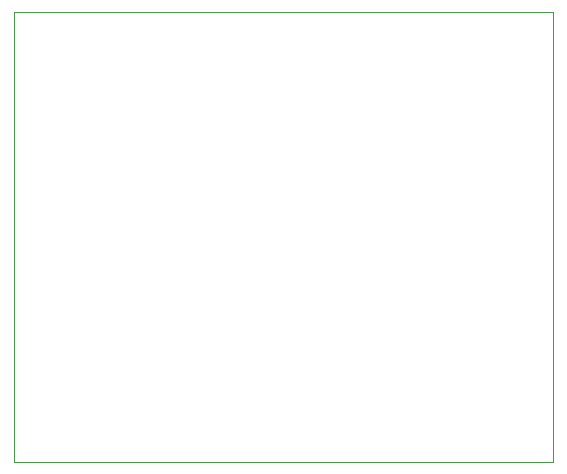
<source format=gbr>
%TF.GenerationSoftware,KiCad,Pcbnew,(6.0.8-1)-1*%
%TF.CreationDate,2022-10-27T21:51:24+08:00*%
%TF.ProjectId,Esp32_AGV_Relay,45737033-325f-4414-9756-5f52656c6179,rev?*%
%TF.SameCoordinates,Original*%
%TF.FileFunction,Profile,NP*%
%FSLAX46Y46*%
G04 Gerber Fmt 4.6, Leading zero omitted, Abs format (unit mm)*
G04 Created by KiCad (PCBNEW (6.0.8-1)-1) date 2022-10-27 21:51:24*
%MOMM*%
%LPD*%
G01*
G04 APERTURE LIST*
%TA.AperFunction,Profile*%
%ADD10C,0.100000*%
%TD*%
G04 APERTURE END LIST*
D10*
X164500000Y-91400000D02*
X118900000Y-91400000D01*
X164500000Y-129500000D02*
X118900000Y-129500000D01*
X164500000Y-129500000D02*
X164500000Y-91400000D01*
X118900000Y-129500000D02*
X118900000Y-91400000D01*
M02*

</source>
